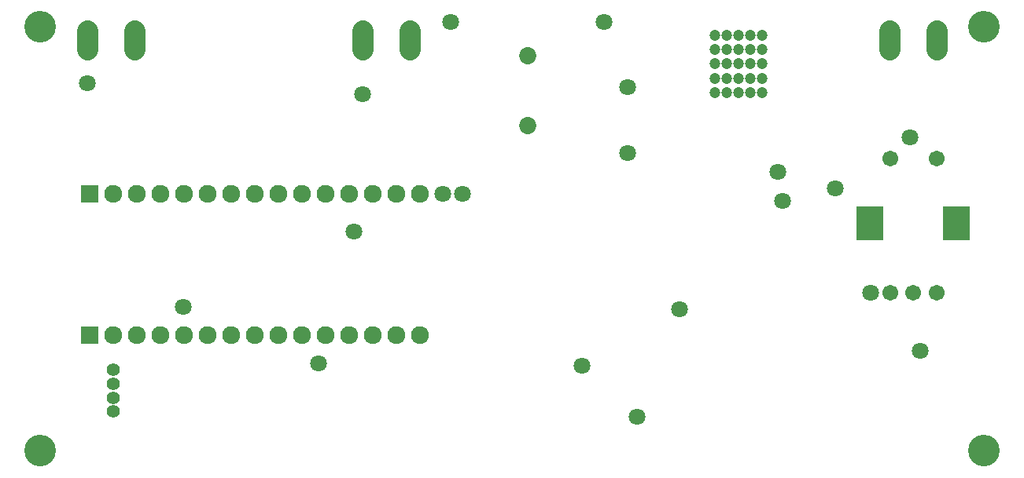
<source format=gbr>
G04 EAGLE Gerber RS-274X export*
G75*
%MOMM*%
%FSLAX34Y34*%
%LPD*%
%INSoldermask Top*%
%IPPOS*%
%AMOC8*
5,1,8,0,0,1.08239X$1,22.5*%
G01*
%ADD10C,3.403200*%
%ADD11C,1.853200*%
%ADD12R,1.928200X1.928200*%
%ADD13C,1.928200*%
%ADD14C,1.711200*%
%ADD15C,2.298700*%
%ADD16C,1.411200*%
%ADD17C,1.803200*%
%ADD18C,1.203200*%

G36*
X932708Y252266D02*
X932708Y252266D01*
X932717Y252265D01*
X932805Y252286D01*
X932895Y252304D01*
X932902Y252309D01*
X932910Y252311D01*
X932983Y252365D01*
X933059Y252417D01*
X933063Y252424D01*
X933070Y252429D01*
X933117Y252507D01*
X933166Y252584D01*
X933167Y252593D01*
X933172Y252600D01*
X933199Y252764D01*
X933199Y288764D01*
X933198Y288772D01*
X933199Y288781D01*
X933178Y288869D01*
X933160Y288959D01*
X933155Y288966D01*
X933153Y288974D01*
X933099Y289047D01*
X933047Y289123D01*
X933040Y289127D01*
X933035Y289134D01*
X932957Y289181D01*
X932880Y289230D01*
X932871Y289231D01*
X932864Y289236D01*
X932700Y289263D01*
X904700Y289263D01*
X904692Y289262D01*
X904683Y289263D01*
X904595Y289242D01*
X904505Y289224D01*
X904498Y289219D01*
X904490Y289217D01*
X904417Y289163D01*
X904341Y289111D01*
X904337Y289104D01*
X904330Y289099D01*
X904283Y289021D01*
X904234Y288944D01*
X904233Y288935D01*
X904228Y288928D01*
X904201Y288764D01*
X904201Y252764D01*
X904202Y252756D01*
X904201Y252747D01*
X904222Y252659D01*
X904240Y252569D01*
X904245Y252562D01*
X904247Y252554D01*
X904301Y252481D01*
X904353Y252405D01*
X904360Y252401D01*
X904365Y252394D01*
X904443Y252347D01*
X904520Y252298D01*
X904529Y252297D01*
X904536Y252292D01*
X904700Y252265D01*
X932700Y252265D01*
X932708Y252266D01*
G37*
G36*
X1025708Y252266D02*
X1025708Y252266D01*
X1025717Y252265D01*
X1025805Y252286D01*
X1025895Y252304D01*
X1025902Y252309D01*
X1025910Y252311D01*
X1025983Y252365D01*
X1026059Y252417D01*
X1026063Y252424D01*
X1026070Y252429D01*
X1026117Y252507D01*
X1026166Y252584D01*
X1026167Y252593D01*
X1026172Y252600D01*
X1026199Y252764D01*
X1026199Y288764D01*
X1026198Y288772D01*
X1026199Y288781D01*
X1026178Y288869D01*
X1026160Y288959D01*
X1026155Y288966D01*
X1026153Y288974D01*
X1026099Y289047D01*
X1026047Y289123D01*
X1026040Y289127D01*
X1026035Y289134D01*
X1025957Y289181D01*
X1025880Y289230D01*
X1025871Y289231D01*
X1025864Y289236D01*
X1025700Y289263D01*
X997700Y289263D01*
X997692Y289262D01*
X997683Y289263D01*
X997595Y289242D01*
X997505Y289224D01*
X997498Y289219D01*
X997490Y289217D01*
X997417Y289163D01*
X997341Y289111D01*
X997337Y289104D01*
X997330Y289099D01*
X997283Y289021D01*
X997234Y288944D01*
X997233Y288935D01*
X997228Y288928D01*
X997201Y288764D01*
X997201Y252764D01*
X997202Y252756D01*
X997201Y252747D01*
X997222Y252659D01*
X997240Y252569D01*
X997245Y252562D01*
X997247Y252554D01*
X997301Y252481D01*
X997353Y252405D01*
X997360Y252401D01*
X997365Y252394D01*
X997443Y252347D01*
X997520Y252298D01*
X997529Y252297D01*
X997536Y252292D01*
X997700Y252265D01*
X1025700Y252265D01*
X1025708Y252266D01*
G37*
D10*
X25400Y25400D03*
X25400Y482600D03*
X1041400Y482600D03*
X1041400Y25400D03*
D11*
X549910Y376520D03*
X549910Y451520D03*
D12*
X78740Y302260D03*
D13*
X104140Y302260D03*
X129540Y302260D03*
X154940Y302260D03*
X180340Y302260D03*
X205740Y302260D03*
X231140Y302260D03*
X256540Y302260D03*
X281940Y302260D03*
X307340Y302260D03*
X332740Y302260D03*
X358140Y302260D03*
X383540Y302260D03*
X408940Y302260D03*
X434340Y302260D03*
X434340Y149860D03*
X408940Y149860D03*
X383540Y149860D03*
X358140Y149860D03*
X332740Y149860D03*
X307340Y149860D03*
X281940Y149860D03*
X256540Y149860D03*
X231140Y149860D03*
X205740Y149860D03*
X180340Y149860D03*
X154940Y149860D03*
X129540Y149860D03*
X104140Y149860D03*
D12*
X78740Y149860D03*
D14*
X990200Y340764D03*
X940200Y340764D03*
X990200Y195764D03*
X965200Y195764D03*
X940200Y195764D03*
D15*
X127000Y458153D02*
X127000Y479108D01*
X76200Y479108D02*
X76200Y458153D01*
X422910Y458153D02*
X422910Y479108D01*
X372110Y479108D02*
X372110Y458153D01*
X990600Y458153D02*
X990600Y479108D01*
X939800Y479108D02*
X939800Y458153D01*
D16*
X104140Y112670D03*
X104140Y97670D03*
X104140Y82670D03*
X104140Y67670D03*
D17*
X608330Y116840D03*
X713740Y177800D03*
X372110Y410210D03*
X881380Y308610D03*
X668020Y62260D03*
X325120Y119380D03*
X467360Y487680D03*
X632460Y487680D03*
X972820Y133350D03*
X919480Y195580D03*
X179070Y180340D03*
X76200Y421640D03*
X480060Y302260D03*
D18*
X751840Y473710D03*
X764540Y473710D03*
X777240Y473710D03*
X789940Y473710D03*
X802640Y473710D03*
X751840Y443230D03*
X764540Y443230D03*
X777240Y443230D03*
X789940Y443230D03*
X802640Y443230D03*
X751840Y426720D03*
X764540Y426720D03*
X777240Y426720D03*
X789940Y426720D03*
X802640Y426720D03*
X751840Y411480D03*
X764540Y411480D03*
X777240Y411480D03*
X789940Y411480D03*
X802640Y411480D03*
X751840Y458470D03*
X764540Y458470D03*
X777240Y458470D03*
X789940Y458470D03*
X802640Y458470D03*
D17*
X657860Y417830D03*
X657860Y346710D03*
X458470Y302260D03*
X363220Y261620D03*
X961390Y363220D03*
X819150Y326390D03*
X824949Y294610D03*
M02*

</source>
